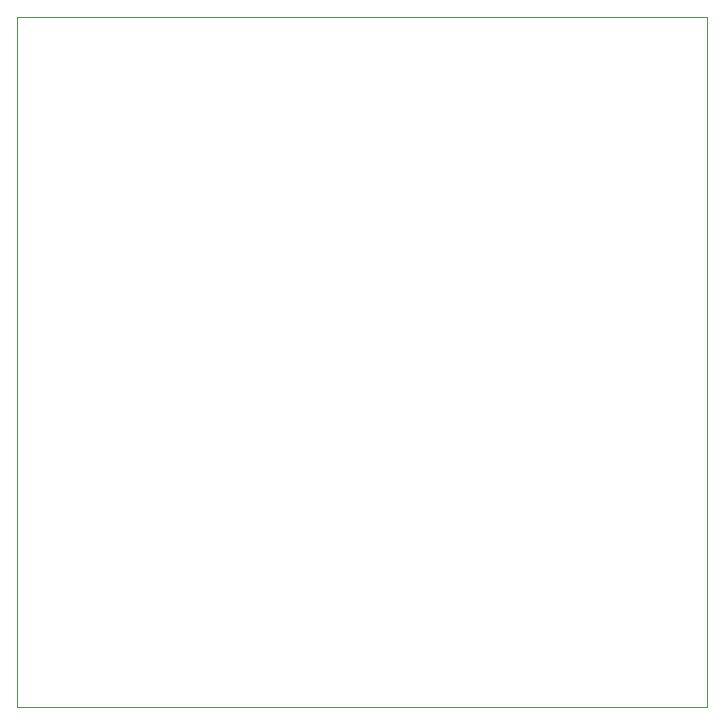
<source format=gbp>
G75*
%MOIN*%
%OFA0B0*%
%FSLAX25Y25*%
%IPPOS*%
%LPD*%
%AMOC8*
5,1,8,0,0,1.08239X$1,22.5*
%
%ADD10C,0.00000*%
D10*
X0001500Y0010087D02*
X0001500Y0240087D01*
X0231500Y0240087D01*
X0231500Y0010087D01*
X0001500Y0010087D01*
M02*

</source>
